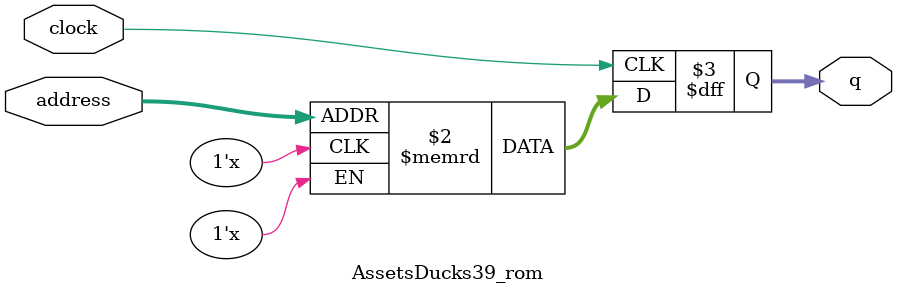
<source format=sv>
module AssetsDucks39_rom (
	input logic clock,
	input logic [11:0] address,
	output logic [3:0] q
);

logic [3:0] memory [0:4095] /* synthesis ram_init_file = "./AssetsDucks39/AssetsDucks39.mif" */;

always_ff @ (posedge clock) begin
	q <= memory[address];
end

endmodule

</source>
